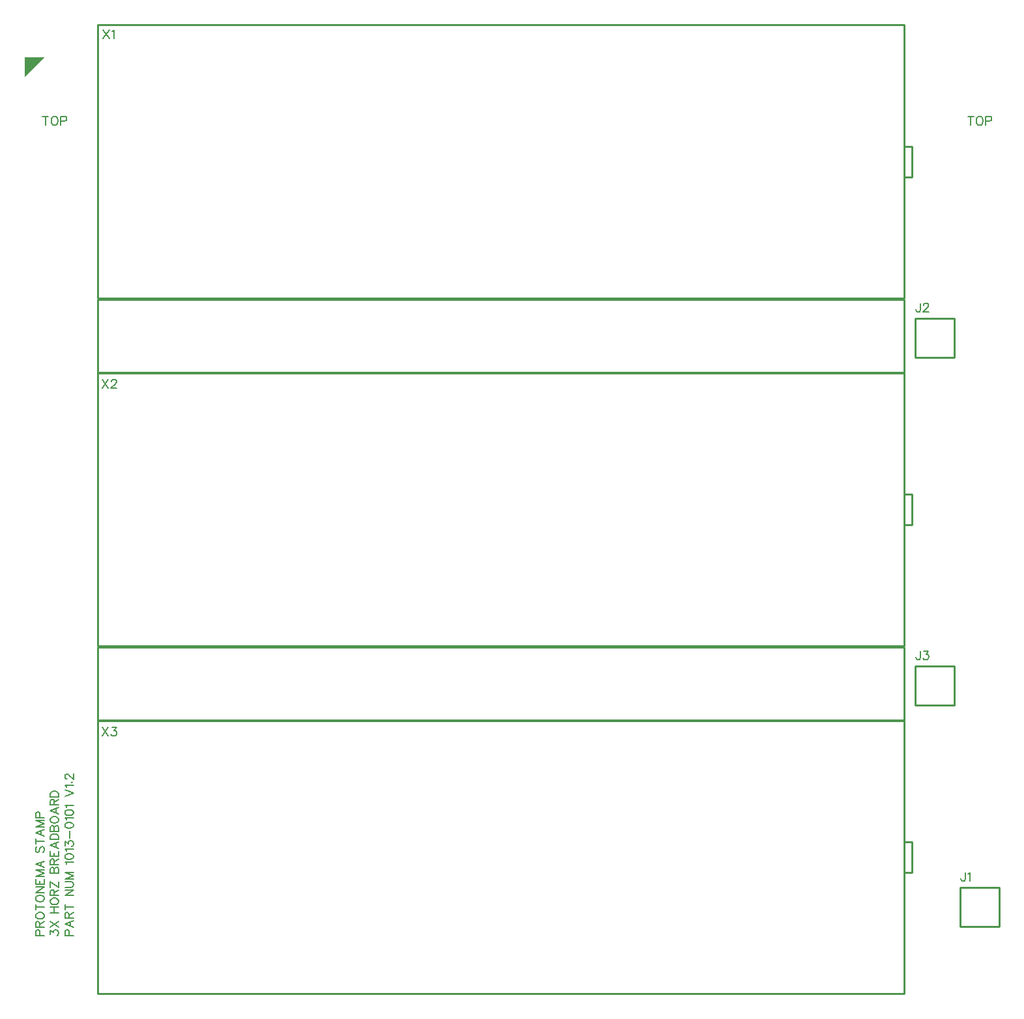
<source format=gto>
G04 Layer: TopSilkscreenLayer*
G04 EasyEDA v6.5.29, 2023-07-09 11:22:14*
G04 af5271567b5646799a1a99fc6926053b,5a6b42c53f6a479593ecc07194224c93,10*
G04 Gerber Generator version 0.2*
G04 Scale: 100 percent, Rotated: No, Reflected: No *
G04 Dimensions in millimeters *
G04 leading zeros omitted , absolute positions ,4 integer and 5 decimal *
%FSLAX45Y45*%
%MOMM*%

%ADD10C,0.2032*%
%ADD11C,0.1524*%
%ADD12C,0.2540*%

%LPD*%
D10*
X12221174Y1594365D02*
G01*
X12221174Y1506989D01*
X12215586Y1490733D01*
X12210252Y1485145D01*
X12199330Y1479811D01*
X12188408Y1479811D01*
X12177486Y1485145D01*
X12171898Y1490733D01*
X12166564Y1506989D01*
X12166564Y1517911D01*
X12256988Y1572521D02*
G01*
X12267910Y1577855D01*
X12284420Y1594365D01*
X12284420Y1479811D01*
X1017092Y12549390D02*
G01*
X1093546Y12434836D01*
X1093546Y12549390D02*
G01*
X1017092Y12434836D01*
X1129614Y12527546D02*
G01*
X1140536Y12532880D01*
X1156792Y12549390D01*
X1156792Y12434836D01*
X1004392Y8002790D02*
G01*
X1080846Y7888236D01*
X1080846Y8002790D02*
G01*
X1004392Y7888236D01*
X1122248Y7975358D02*
G01*
X1122248Y7980946D01*
X1127836Y7991868D01*
X1133170Y7997202D01*
X1144092Y8002790D01*
X1165936Y8002790D01*
X1176858Y7997202D01*
X1182192Y7991868D01*
X1187780Y7980946D01*
X1187780Y7970024D01*
X1182192Y7959102D01*
X1171270Y7942592D01*
X1116914Y7888236D01*
X1193114Y7888236D01*
X1004392Y3481590D02*
G01*
X1080846Y3367036D01*
X1080846Y3481590D02*
G01*
X1004392Y3367036D01*
X1127836Y3481590D02*
G01*
X1187780Y3481590D01*
X1155014Y3437902D01*
X1171270Y3437902D01*
X1182192Y3432314D01*
X1187780Y3426980D01*
X1193114Y3410470D01*
X1193114Y3399802D01*
X1187780Y3383292D01*
X1176858Y3372370D01*
X1160348Y3367036D01*
X1144092Y3367036D01*
X1127836Y3372370D01*
X1122248Y3377958D01*
X1116914Y3388880D01*
X266694Y11424160D02*
G01*
X266694Y11309606D01*
X228594Y11424160D02*
G01*
X305048Y11424160D01*
X373628Y11424160D02*
G01*
X362706Y11418572D01*
X351784Y11407650D01*
X346450Y11396728D01*
X340862Y11380472D01*
X340862Y11353294D01*
X346450Y11336784D01*
X351784Y11325862D01*
X362706Y11314940D01*
X373628Y11309606D01*
X395472Y11309606D01*
X406394Y11314940D01*
X417316Y11325862D01*
X422904Y11336784D01*
X428238Y11353294D01*
X428238Y11380472D01*
X422904Y11396728D01*
X417316Y11407650D01*
X406394Y11418572D01*
X395472Y11424160D01*
X373628Y11424160D01*
X464306Y11424160D02*
G01*
X464306Y11309606D01*
X464306Y11424160D02*
G01*
X513328Y11424160D01*
X529584Y11418572D01*
X535172Y11413238D01*
X540506Y11402316D01*
X540506Y11385806D01*
X535172Y11374884D01*
X529584Y11369550D01*
X513328Y11363962D01*
X464306Y11363962D01*
X12290800Y11424160D02*
G01*
X12290800Y11309606D01*
X12252700Y11424160D02*
G01*
X12329154Y11424160D01*
X12397734Y11424160D02*
G01*
X12386812Y11418572D01*
X12375890Y11407650D01*
X12370556Y11396728D01*
X12364968Y11380472D01*
X12364968Y11353294D01*
X12370556Y11336784D01*
X12375890Y11325862D01*
X12386812Y11314940D01*
X12397734Y11309606D01*
X12419578Y11309606D01*
X12430500Y11314940D01*
X12441422Y11325862D01*
X12447010Y11336784D01*
X12452344Y11353294D01*
X12452344Y11380472D01*
X12447010Y11396728D01*
X12441422Y11407650D01*
X12430500Y11418572D01*
X12419578Y11424160D01*
X12397734Y11424160D01*
X12488412Y11424160D02*
G01*
X12488412Y11309606D01*
X12488412Y11424160D02*
G01*
X12537434Y11424160D01*
X12553690Y11418572D01*
X12559278Y11413238D01*
X12564612Y11402316D01*
X12564612Y11385806D01*
X12559278Y11374884D01*
X12553690Y11369550D01*
X12537434Y11363962D01*
X12488412Y11363962D01*
X11637012Y8994548D02*
G01*
X11637012Y8907172D01*
X11631424Y8890916D01*
X11626090Y8885328D01*
X11615168Y8879994D01*
X11604246Y8879994D01*
X11593324Y8885328D01*
X11587736Y8890916D01*
X11582402Y8907172D01*
X11582402Y8918094D01*
X11678414Y8967116D02*
G01*
X11678414Y8972704D01*
X11683748Y8983626D01*
X11689336Y8988960D01*
X11700258Y8994548D01*
X11722102Y8994548D01*
X11733024Y8988960D01*
X11738358Y8983626D01*
X11743946Y8972704D01*
X11743946Y8961782D01*
X11738358Y8950860D01*
X11727436Y8934604D01*
X11672826Y8879994D01*
X11749280Y8879994D01*
X11637009Y4473702D02*
G01*
X11637009Y4386326D01*
X11631422Y4370070D01*
X11626088Y4364481D01*
X11615165Y4359147D01*
X11604243Y4359147D01*
X11593322Y4364481D01*
X11587734Y4370070D01*
X11582400Y4386326D01*
X11582400Y4397247D01*
X11683745Y4473702D02*
G01*
X11743943Y4473702D01*
X11711177Y4430013D01*
X11727434Y4430013D01*
X11738356Y4424679D01*
X11743943Y4419092D01*
X11749277Y4402836D01*
X11749277Y4391913D01*
X11743943Y4375404D01*
X11733022Y4364481D01*
X11716511Y4359147D01*
X11700256Y4359147D01*
X11683745Y4364481D01*
X11678411Y4370070D01*
X11672824Y4380992D01*
D11*
X138684Y774700D02*
G01*
X247650Y774700D01*
X138684Y774700D02*
G01*
X138684Y821436D01*
X143763Y836929D01*
X149097Y842263D01*
X159512Y847344D01*
X175005Y847344D01*
X185420Y842263D01*
X190500Y836929D01*
X195834Y821436D01*
X195834Y774700D01*
X138684Y881634D02*
G01*
X247650Y881634D01*
X138684Y881634D02*
G01*
X138684Y928370D01*
X143763Y944118D01*
X149097Y949197D01*
X159512Y954531D01*
X169926Y954531D01*
X180339Y949197D01*
X185420Y944118D01*
X190500Y928370D01*
X190500Y881634D01*
X190500Y918210D02*
G01*
X247650Y954531D01*
X138684Y1019810D02*
G01*
X143763Y1009650D01*
X154178Y999236D01*
X164592Y993902D01*
X180339Y988821D01*
X206247Y988821D01*
X221742Y993902D01*
X232155Y999236D01*
X242570Y1009650D01*
X247650Y1019810D01*
X247650Y1040637D01*
X242570Y1051052D01*
X232155Y1061465D01*
X221742Y1066800D01*
X206247Y1071879D01*
X180339Y1071879D01*
X164592Y1066800D01*
X154178Y1061465D01*
X143763Y1051052D01*
X138684Y1040637D01*
X138684Y1019810D01*
X138684Y1142492D02*
G01*
X247650Y1142492D01*
X138684Y1106170D02*
G01*
X138684Y1178813D01*
X138684Y1244345D02*
G01*
X143763Y1233931D01*
X154178Y1223518D01*
X164592Y1218437D01*
X180339Y1213104D01*
X206247Y1213104D01*
X221742Y1218437D01*
X232155Y1223518D01*
X242570Y1233931D01*
X247650Y1244345D01*
X247650Y1265173D01*
X242570Y1275587D01*
X232155Y1286002D01*
X221742Y1291081D01*
X206247Y1296415D01*
X180339Y1296415D01*
X164592Y1291081D01*
X154178Y1286002D01*
X143763Y1275587D01*
X138684Y1265173D01*
X138684Y1244345D01*
X138684Y1330705D02*
G01*
X247650Y1330705D01*
X138684Y1330705D02*
G01*
X247650Y1403350D01*
X138684Y1403350D02*
G01*
X247650Y1403350D01*
X138684Y1437639D02*
G01*
X247650Y1437639D01*
X138684Y1437639D02*
G01*
X138684Y1505204D01*
X190500Y1437639D02*
G01*
X190500Y1479295D01*
X247650Y1437639D02*
G01*
X247650Y1505204D01*
X138684Y1539494D02*
G01*
X247650Y1539494D01*
X138684Y1539494D02*
G01*
X247650Y1581150D01*
X138684Y1622552D02*
G01*
X247650Y1581150D01*
X138684Y1622552D02*
G01*
X247650Y1622552D01*
X138684Y1698497D02*
G01*
X247650Y1656842D01*
X138684Y1698497D02*
G01*
X247650Y1739900D01*
X211328Y1672589D02*
G01*
X211328Y1724405D01*
X154178Y1927097D02*
G01*
X143763Y1916684D01*
X138684Y1901189D01*
X138684Y1880362D01*
X143763Y1864613D01*
X154178Y1854200D01*
X164592Y1854200D01*
X175005Y1859534D01*
X180339Y1864613D01*
X185420Y1875028D01*
X195834Y1906270D01*
X200913Y1916684D01*
X206247Y1921763D01*
X216662Y1927097D01*
X232155Y1927097D01*
X242570Y1916684D01*
X247650Y1901189D01*
X247650Y1880362D01*
X242570Y1864613D01*
X232155Y1854200D01*
X138684Y1997710D02*
G01*
X247650Y1997710D01*
X138684Y1961387D02*
G01*
X138684Y2034031D01*
X138684Y2109978D02*
G01*
X247650Y2068321D01*
X138684Y2109978D02*
G01*
X247650Y2151379D01*
X211328Y2084070D02*
G01*
X211328Y2135886D01*
X138684Y2185670D02*
G01*
X247650Y2185670D01*
X138684Y2185670D02*
G01*
X247650Y2227326D01*
X138684Y2268981D02*
G01*
X247650Y2227326D01*
X138684Y2268981D02*
G01*
X247650Y2268981D01*
X138684Y2303271D02*
G01*
X247650Y2303271D01*
X138684Y2303271D02*
G01*
X138684Y2350007D01*
X143763Y2365502D01*
X149097Y2370836D01*
X159512Y2375915D01*
X175005Y2375915D01*
X185420Y2370836D01*
X190500Y2365502D01*
X195834Y2350007D01*
X195834Y2303271D01*
X329184Y785113D02*
G01*
X329184Y842263D01*
X370839Y811021D01*
X370839Y826770D01*
X375920Y836929D01*
X381000Y842263D01*
X396747Y847344D01*
X407162Y847344D01*
X422655Y842263D01*
X433070Y831850D01*
X438150Y816355D01*
X438150Y800607D01*
X433070Y785113D01*
X427989Y779779D01*
X417576Y774700D01*
X329184Y881634D02*
G01*
X438150Y954531D01*
X329184Y954531D02*
G01*
X438150Y881634D01*
X329184Y1068831D02*
G01*
X438150Y1068831D01*
X329184Y1141476D02*
G01*
X438150Y1141476D01*
X381000Y1068831D02*
G01*
X381000Y1141476D01*
X329184Y1207007D02*
G01*
X334263Y1196594D01*
X344678Y1186179D01*
X355092Y1181100D01*
X370839Y1175765D01*
X396747Y1175765D01*
X412242Y1181100D01*
X422655Y1186179D01*
X433070Y1196594D01*
X438150Y1207007D01*
X438150Y1227836D01*
X433070Y1238250D01*
X422655Y1248410D01*
X412242Y1253744D01*
X396747Y1258823D01*
X370839Y1258823D01*
X355092Y1253744D01*
X344678Y1248410D01*
X334263Y1238250D01*
X329184Y1227836D01*
X329184Y1207007D01*
X329184Y1293113D02*
G01*
X438150Y1293113D01*
X329184Y1293113D02*
G01*
X329184Y1339850D01*
X334263Y1355597D01*
X339597Y1360678D01*
X350012Y1366012D01*
X360426Y1366012D01*
X370839Y1360678D01*
X375920Y1355597D01*
X381000Y1339850D01*
X381000Y1293113D01*
X381000Y1329689D02*
G01*
X438150Y1366012D01*
X329184Y1472945D02*
G01*
X438150Y1400302D01*
X329184Y1400302D02*
G01*
X329184Y1472945D01*
X438150Y1400302D02*
G01*
X438150Y1472945D01*
X329184Y1587245D02*
G01*
X438150Y1587245D01*
X329184Y1587245D02*
G01*
X329184Y1633981D01*
X334263Y1649729D01*
X339597Y1654810D01*
X350012Y1659889D01*
X360426Y1659889D01*
X370839Y1654810D01*
X375920Y1649729D01*
X381000Y1633981D01*
X381000Y1587245D02*
G01*
X381000Y1633981D01*
X386334Y1649729D01*
X391413Y1654810D01*
X401828Y1659889D01*
X417576Y1659889D01*
X427989Y1654810D01*
X433070Y1649729D01*
X438150Y1633981D01*
X438150Y1587245D01*
X329184Y1694179D02*
G01*
X438150Y1694179D01*
X329184Y1694179D02*
G01*
X329184Y1741170D01*
X334263Y1756663D01*
X339597Y1761744D01*
X350012Y1767078D01*
X360426Y1767078D01*
X370839Y1761744D01*
X375920Y1756663D01*
X381000Y1741170D01*
X381000Y1694179D01*
X381000Y1730755D02*
G01*
X438150Y1767078D01*
X329184Y1801368D02*
G01*
X438150Y1801368D01*
X329184Y1801368D02*
G01*
X329184Y1868931D01*
X381000Y1801368D02*
G01*
X381000Y1842770D01*
X438150Y1801368D02*
G01*
X438150Y1868931D01*
X329184Y1944623D02*
G01*
X438150Y1903221D01*
X329184Y1944623D02*
G01*
X438150Y1986279D01*
X401828Y1918715D02*
G01*
X401828Y1970786D01*
X329184Y2020570D02*
G01*
X438150Y2020570D01*
X329184Y2020570D02*
G01*
X329184Y2056892D01*
X334263Y2072639D01*
X344678Y2082800D01*
X355092Y2088134D01*
X370839Y2093213D01*
X396747Y2093213D01*
X412242Y2088134D01*
X422655Y2082800D01*
X433070Y2072639D01*
X438150Y2056892D01*
X438150Y2020570D01*
X329184Y2127504D02*
G01*
X438150Y2127504D01*
X329184Y2127504D02*
G01*
X329184Y2174239D01*
X334263Y2189987D01*
X339597Y2195068D01*
X350012Y2200402D01*
X360426Y2200402D01*
X370839Y2195068D01*
X375920Y2189987D01*
X381000Y2174239D01*
X381000Y2127504D02*
G01*
X381000Y2174239D01*
X386334Y2189987D01*
X391413Y2195068D01*
X401828Y2200402D01*
X417576Y2200402D01*
X427989Y2195068D01*
X433070Y2189987D01*
X438150Y2174239D01*
X438150Y2127504D01*
X329184Y2265679D02*
G01*
X334263Y2255520D01*
X344678Y2245105D01*
X355092Y2239771D01*
X370839Y2234692D01*
X396747Y2234692D01*
X412242Y2239771D01*
X422655Y2245105D01*
X433070Y2255520D01*
X438150Y2265679D01*
X438150Y2286507D01*
X433070Y2296921D01*
X422655Y2307336D01*
X412242Y2312670D01*
X396747Y2317750D01*
X370839Y2317750D01*
X355092Y2312670D01*
X344678Y2307336D01*
X334263Y2296921D01*
X329184Y2286507D01*
X329184Y2265679D01*
X329184Y2393695D02*
G01*
X438150Y2352039D01*
X329184Y2393695D02*
G01*
X438150Y2435097D01*
X401828Y2367534D02*
G01*
X401828Y2419604D01*
X329184Y2469387D02*
G01*
X438150Y2469387D01*
X329184Y2469387D02*
G01*
X329184Y2516123D01*
X334263Y2531871D01*
X339597Y2536952D01*
X350012Y2542286D01*
X360426Y2542286D01*
X370839Y2536952D01*
X375920Y2531871D01*
X381000Y2516123D01*
X381000Y2469387D01*
X381000Y2505710D02*
G01*
X438150Y2542286D01*
X329184Y2576576D02*
G01*
X438150Y2576576D01*
X329184Y2576576D02*
G01*
X329184Y2612897D01*
X334263Y2628392D01*
X344678Y2638805D01*
X355092Y2644139D01*
X370839Y2649220D01*
X396747Y2649220D01*
X412242Y2644139D01*
X422655Y2638805D01*
X433070Y2628392D01*
X438150Y2612897D01*
X438150Y2576576D01*
X519684Y774700D02*
G01*
X628650Y774700D01*
X519684Y774700D02*
G01*
X519684Y821436D01*
X524763Y836929D01*
X530097Y842263D01*
X540512Y847344D01*
X556005Y847344D01*
X566420Y842263D01*
X571500Y836929D01*
X576834Y821436D01*
X576834Y774700D01*
X519684Y923289D02*
G01*
X628650Y881634D01*
X519684Y923289D02*
G01*
X628650Y964945D01*
X592328Y897381D02*
G01*
X592328Y949197D01*
X519684Y999236D02*
G01*
X628650Y999236D01*
X519684Y999236D02*
G01*
X519684Y1045971D01*
X524763Y1061465D01*
X530097Y1066800D01*
X540512Y1071879D01*
X550926Y1071879D01*
X561339Y1066800D01*
X566420Y1061465D01*
X571500Y1045971D01*
X571500Y999236D01*
X571500Y1035557D02*
G01*
X628650Y1071879D01*
X519684Y1142492D02*
G01*
X628650Y1142492D01*
X519684Y1106170D02*
G01*
X519684Y1178813D01*
X519684Y1293113D02*
G01*
X628650Y1293113D01*
X519684Y1293113D02*
G01*
X628650Y1366012D01*
X519684Y1366012D02*
G01*
X628650Y1366012D01*
X519684Y1400302D02*
G01*
X597662Y1400302D01*
X613155Y1405381D01*
X623570Y1415795D01*
X628650Y1431289D01*
X628650Y1441704D01*
X623570Y1457452D01*
X613155Y1467865D01*
X597662Y1472945D01*
X519684Y1472945D01*
X519684Y1507236D02*
G01*
X628650Y1507236D01*
X519684Y1507236D02*
G01*
X628650Y1548892D01*
X519684Y1590294D02*
G01*
X628650Y1548892D01*
X519684Y1590294D02*
G01*
X628650Y1590294D01*
X540512Y1704594D02*
G01*
X535178Y1715007D01*
X519684Y1730755D01*
X628650Y1730755D01*
X519684Y1796034D02*
G01*
X524763Y1780539D01*
X540512Y1770126D01*
X566420Y1765045D01*
X581913Y1765045D01*
X608076Y1770126D01*
X623570Y1780539D01*
X628650Y1796034D01*
X628650Y1806447D01*
X623570Y1822195D01*
X608076Y1832610D01*
X581913Y1837689D01*
X566420Y1837689D01*
X540512Y1832610D01*
X524763Y1822195D01*
X519684Y1806447D01*
X519684Y1796034D01*
X540512Y1871979D02*
G01*
X535178Y1882394D01*
X519684Y1897887D01*
X628650Y1897887D01*
X519684Y1942592D02*
G01*
X519684Y1999742D01*
X561339Y1968500D01*
X561339Y1984247D01*
X566420Y1994662D01*
X571500Y1999742D01*
X587247Y2005076D01*
X597662Y2005076D01*
X613155Y1999742D01*
X623570Y1989328D01*
X628650Y1973834D01*
X628650Y1958339D01*
X623570Y1942592D01*
X618489Y1937512D01*
X608076Y1932178D01*
X581913Y2039365D02*
G01*
X581913Y2132837D01*
X519684Y2198370D02*
G01*
X524763Y2182621D01*
X540512Y2172207D01*
X566420Y2167128D01*
X581913Y2167128D01*
X608076Y2172207D01*
X623570Y2182621D01*
X628650Y2198370D01*
X628650Y2208529D01*
X623570Y2224278D01*
X608076Y2234692D01*
X581913Y2239771D01*
X566420Y2239771D01*
X540512Y2234692D01*
X524763Y2224278D01*
X519684Y2208529D01*
X519684Y2198370D01*
X540512Y2274062D02*
G01*
X535178Y2284476D01*
X519684Y2299970D01*
X628650Y2299970D01*
X519684Y2365502D02*
G01*
X524763Y2350007D01*
X540512Y2339594D01*
X566420Y2334260D01*
X581913Y2334260D01*
X608076Y2339594D01*
X623570Y2350007D01*
X628650Y2365502D01*
X628650Y2375915D01*
X623570Y2391410D01*
X608076Y2401823D01*
X581913Y2407157D01*
X566420Y2407157D01*
X540512Y2401823D01*
X524763Y2391410D01*
X519684Y2375915D01*
X519684Y2365502D01*
X540512Y2441447D02*
G01*
X535178Y2451862D01*
X519684Y2467355D01*
X628650Y2467355D01*
X519684Y2581655D02*
G01*
X628650Y2623312D01*
X519684Y2664713D02*
G01*
X628650Y2623312D01*
X540512Y2699004D02*
G01*
X535178Y2709418D01*
X519684Y2725165D01*
X628650Y2725165D01*
X602742Y2764536D02*
G01*
X608076Y2759455D01*
X613155Y2764536D01*
X608076Y2769870D01*
X602742Y2764536D01*
X545592Y2809239D02*
G01*
X540512Y2809239D01*
X530097Y2814320D01*
X524763Y2819654D01*
X519684Y2830068D01*
X519684Y2850895D01*
X524763Y2861310D01*
X530097Y2866389D01*
X540512Y2871470D01*
X550926Y2871470D01*
X561339Y2866389D01*
X576834Y2855976D01*
X628650Y2804160D01*
X628650Y2876804D01*
G36*
X0Y12192000D02*
G01*
X0Y11938000D01*
X254000Y12192000D01*
G37*
D12*
X12151106Y1397000D02*
G01*
X12659106Y1397000D01*
X12659106Y889000D01*
X12151106Y889000D01*
X12151106Y1397000D01*
X11429974Y1990801D02*
G01*
X11529974Y1990801D01*
X11529974Y1590802D01*
X11429974Y1590802D01*
X11429974Y1990801D01*
X945565Y3570604D02*
G01*
X11423853Y3570604D01*
X11423853Y15189D01*
X945565Y15189D01*
X945565Y3570604D01*
X945565Y4522698D02*
G01*
X11423853Y4522698D01*
X11423853Y3567277D01*
X945565Y3567277D01*
X945565Y4522698D01*
X945565Y9043492D02*
G01*
X11423853Y9043492D01*
X11423853Y8088071D01*
X945565Y8088071D01*
X945565Y9043492D01*
X945565Y8091398D02*
G01*
X11423853Y8091398D01*
X11423853Y4535982D01*
X945565Y4535982D01*
X945565Y8091398D01*
X11429974Y6511594D02*
G01*
X11529974Y6511594D01*
X11529974Y6111595D01*
X11429974Y6111595D01*
X11429974Y6511594D01*
X945565Y12612192D02*
G01*
X11423853Y12612192D01*
X11423853Y9056776D01*
X945565Y9056776D01*
X945565Y12612192D01*
X11429974Y11032388D02*
G01*
X11529974Y11032388D01*
X11529974Y10632389D01*
X11429974Y10632389D01*
X11429974Y11032388D01*
X11566906Y8797188D02*
G01*
X12074906Y8797188D01*
X12074906Y8289188D01*
X11566906Y8289188D01*
X11566906Y8797188D01*
X11566906Y4276394D02*
G01*
X12074906Y4276394D01*
X12074906Y3768394D01*
X11566906Y3768394D01*
X11566906Y4276394D01*
M02*

</source>
